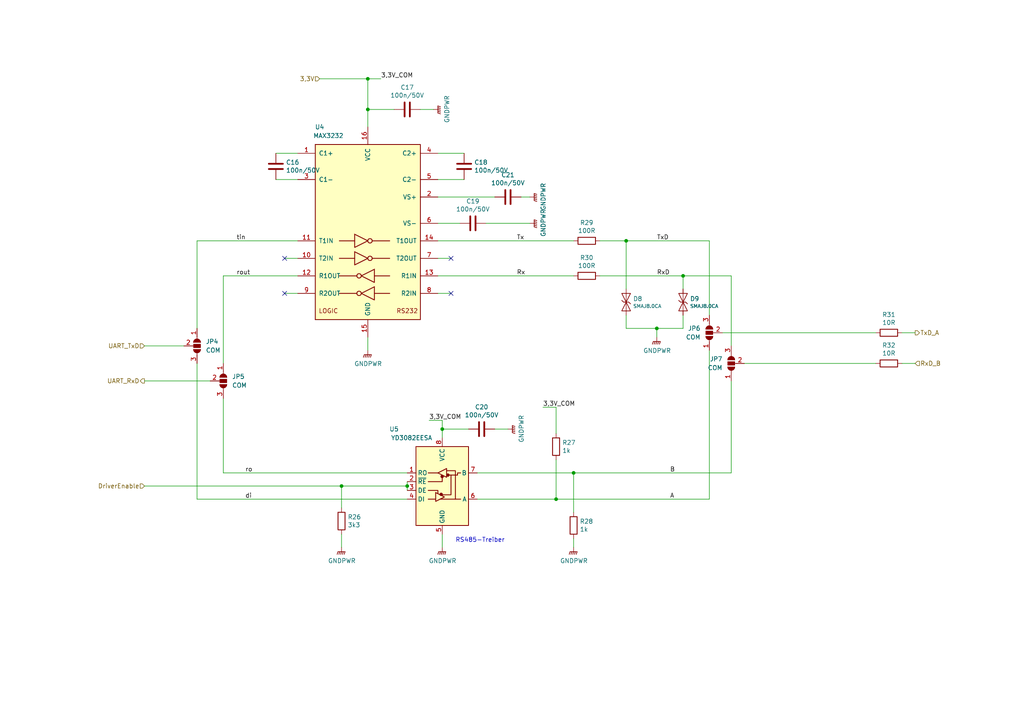
<source format=kicad_sch>
(kicad_sch (version 20211123) (generator eeschema)
  (paper "A4")
  (title_block (title "HTL Lötregler Mini") (date "2021-09-22") (rev "22.0.0-dev") (company "HTL Steyr") (comment 1 "Prof. Karl Zeilhofer et al."))
  (lib_symbols
    (symbol "Device:C" (pin_numbers hide) (pin_names (offset 0.254))
      (property "Reference" "C" (at 0.635 2.54 0))
      (property "Value" "C" (at 0.635 -2.54 0))
      (symbol "C_0_1"
        (polyline (pts (xy -2.032 -0.762) (xy 2.032 -0.762)) (stroke (width 0.508)))
        (polyline (pts (xy -2.032 0.762) (xy 2.032 0.762)) (stroke (width 0.508)))
      )
      (symbol "C_1_1"
        (pin passive line (at 0 3.81 270) (length 2.794) (name "~") (number "1"))
        (pin passive line (at 0 -3.81 90) (length 2.794) (name "~") (number "2"))
      )
    )
    (symbol "Device:R" (pin_numbers hide) (pin_names (offset 0))
      (property "Reference" "R" (at 2.032 0 90))
      (property "Value" "R" (at 0 0 90))
      (symbol "R_0_1"
        (rectangle (start -1.016 -2.54) (end 1.016 2.54) (stroke (width 0.254)))
      )
      (symbol "R_1_1"
        (pin passive line (at 0 3.81 270) (length 1.27) (name "~") (number "1"))
        (pin passive line (at 0 -3.81 90) (length 1.27) (name "~") (number "2"))
      )
    )
    (symbol "Interface_UART:MAX3232" (pin_names (offset 1.016))
      (property "Reference" "U" (at -2.54 28.575 0))
      (property "Value" "MAX3232" (at -2.54 26.67 0))
      (symbol "MAX3232_0_0"
        (text "LOGIC" (at -11.43 -22.86 0) (effects (font (size 1.27 1.27))))
        (text "RS232" (at 11.43 -22.86 0) (effects (font (size 1.27 1.27))))
      )
      (symbol "MAX3232_0_1"
        (rectangle (start -15.24 -25.4) (end 15.24 25.4) (stroke (width 0.254)) (fill (type background)))
        (circle (center -2.54 -17.78) (radius 0.635) (stroke (width 0.254)))
        (circle (center -2.54 -12.7) (radius 0.635) (stroke (width 0.254)))
        (polyline (pts (xy -3.81 -7.62) (xy -8.255 -7.62)) (stroke (width 0.254)))
        (polyline (pts (xy -3.81 -2.54) (xy -8.255 -2.54)) (stroke (width 0.254)))
        (polyline (pts (xy -3.175 -17.78) (xy -8.255 -17.78)) (stroke (width 0.254)))
        (polyline (pts (xy -3.175 -12.7) (xy -8.255 -12.7)) (stroke (width 0.254)))
        (polyline (pts (xy 1.27 -7.62) (xy 6.35 -7.62)) (stroke (width 0.254)))
        (polyline (pts (xy 1.27 -2.54) (xy 6.35 -2.54)) (stroke (width 0.254)))
        (polyline (pts (xy 1.905 -17.78) (xy 6.35 -17.78)) (stroke (width 0.254)))
        (polyline (pts (xy 1.905 -12.7) (xy 6.35 -12.7)) (stroke (width 0.254)))
        (polyline (pts (xy -3.81 -5.715) (xy -3.81 -9.525) (xy 0 -7.62) (xy -3.81 -5.715)) (stroke (width 0.254)))
        (polyline (pts (xy -3.81 -0.635) (xy -3.81 -4.445) (xy 0 -2.54) (xy -3.81 -0.635)) (stroke (width 0.254)))
        (polyline (pts (xy 1.905 -15.875) (xy 1.905 -19.685) (xy -1.905 -17.78) (xy 1.905 -15.875)) (stroke (width 0.254)))
        (polyline (pts (xy 1.905 -10.795) (xy 1.905 -14.605) (xy -1.905 -12.7) (xy 1.905 -10.795)) (stroke (width 0.254)))
        (circle (center 0.635 -7.62) (radius 0.635) (stroke (width 0.254)))
        (circle (center 0.635 -2.54) (radius 0.635) (stroke (width 0.254)))
      )
      (symbol "MAX3232_1_1"
        (pin passive line (at -20.32 22.86 0) (length 5.08) (name "C1+") (number "1"))
        (pin input line (at -20.32 -7.62 0) (length 5.08) (name "T2IN") (number "10"))
        (pin input line (at -20.32 -2.54 0) (length 5.08) (name "T1IN") (number "11"))
        (pin output line (at -20.32 -12.7 0) (length 5.08) (name "R1OUT") (number "12"))
        (pin input line (at 20.32 -12.7 180) (length 5.08) (name "R1IN") (number "13"))
        (pin output line (at 20.32 -2.54 180) (length 5.08) (name "T1OUT") (number "14"))
        (pin power_in line (at 0 -30.48 90) (length 5.08) (name "GND") (number "15"))
        (pin power_in line (at 0 30.48 270) (length 5.08) (name "VCC") (number "16"))
        (pin power_out line (at 20.32 10.16 180) (length 5.08) (name "VS+") (number "2"))
        (pin passive line (at -20.32 15.24 0) (length 5.08) (name "C1-") (number "3"))
        (pin passive line (at 20.32 22.86 180) (length 5.08) (name "C2+") (number "4"))
        (pin passive line (at 20.32 15.24 180) (length 5.08) (name "C2-") (number "5"))
        (pin power_out line (at 20.32 2.54 180) (length 5.08) (name "VS-") (number "6"))
        (pin output line (at 20.32 -7.62 180) (length 5.08) (name "T2OUT") (number "7"))
        (pin input line (at 20.32 -17.78 180) (length 5.08) (name "R2IN") (number "8"))
        (pin output line (at -20.32 -17.78 0) (length 5.08) (name "R2OUT") (number "9"))
      )
    )
    (symbol "Interface_UART:MAX3486"
      (property "Reference" "U" (at -6.096 11.43 0))
      (property "Value" "MAX3486" (at 0.762 11.43 0))
      (symbol "MAX3486_0_1"
        (rectangle (start -7.62 10.16) (end 7.62 -12.7) (stroke (width 0.254)) (fill (type background)))
        (circle (center -0.3048 -3.683) (radius 0.3556) (stroke (width 0.254)) (fill (type outline)))
        (circle (center -0.0254 1.4986) (radius 0.3556) (stroke (width 0.254)) (fill (type outline)))
        (polyline (pts (xy -4.064 -5.08) (xy -1.905 -5.08)) (stroke (width 0.254)))
        (polyline (pts (xy -4.064 2.54) (xy -1.27 2.54)) (stroke (width 0.254)))
        (polyline (pts (xy -1.27 -3.2004) (xy -1.27 -3.4544)) (stroke (width 0.254)))
        (polyline (pts (xy -0.635 -5.08) (xy 5.334 -5.08)) (stroke (width 0.254)))
        (polyline (pts (xy -4.064 -2.54) (xy -1.27 -2.54) (xy -1.27 -3.175)) (stroke (width 0.254)))
        (polyline (pts (xy 0 1.27) (xy 0 0) (xy -4.064 0)) (stroke (width 0.254)))
        (polyline (pts (xy 1.27 3.175) (xy 3.81 3.175) (xy 3.81 -5.08)) (stroke (width 0.254)))
        (polyline (pts (xy 2.54 1.905) (xy 2.54 -3.81) (xy 0 -3.81)) (stroke (width 0.254)))
        (polyline (pts (xy -1.905 -3.175) (xy -1.905 -5.715) (xy 0.635 -4.445) (xy -1.905 -3.175)) (stroke (width 0.254)))
        (polyline (pts (xy -1.27 2.54) (xy 1.27 3.81) (xy 1.27 1.27) (xy -1.27 2.54)) (stroke (width 0.254)))
        (polyline (pts (xy 1.905 1.905) (xy 4.445 1.905) (xy 4.445 2.54) (xy 5.334 2.54)) (stroke (width 0.254)))
        (rectangle (start 1.27 3.175) (end 1.27 3.175))
        (circle (center 1.651 1.905) (radius 0.3556) (stroke (width 0.254)) (fill (type outline)))
      )
      (symbol "MAX3486_1_1"
        (pin output line (at -10.16 2.54 0) (length 2.54) (name "RO") (number "1"))
        (pin input line (at -10.16 0 0) (length 2.54) (name "~{RE}") (number "2"))
        (pin input line (at -10.16 -2.54 0) (length 2.54) (name "DE") (number "3"))
        (pin input line (at -10.16 -5.08 0) (length 2.54) (name "DI") (number "4"))
        (pin power_in line (at 0 -15.24 90) (length 2.54) (name "GND") (number "5"))
        (pin bidirectional line (at 10.16 -5.08 180) (length 2.54) (name "A") (number "6"))
        (pin bidirectional line (at 10.16 2.54 180) (length 2.54) (name "B") (number "7"))
        (pin power_in line (at 0 12.7 270) (length 2.54) (name "VCC") (number "8"))
      )
    )
    (symbol "Jumper:SolderJumper_3_Open" (pin_names (offset 0) hide)
      (property "Reference" "JP" (at -2.54 -2.54 0))
      (property "Value" "SolderJumper_3_Open" (at 0 2.794 0))
      (symbol "SolderJumper_3_Open_0_1"
        (arc (start -1.016 1.016) (mid -2.032 0) (end -1.016 -1.016))
        (arc (start -1.016 1.016) (mid -2.032 0) (end -1.016 -1.016) (fill (type outline)))
        (rectangle (start -0.508 1.016) (end 0.508 -1.016) (fill (type outline)))
        (polyline (pts (xy -2.54 0) (xy -2.032 0)))
        (polyline (pts (xy -1.016 1.016) (xy -1.016 -1.016)))
        (polyline (pts (xy 0 -1.27) (xy 0 -1.016)))
        (polyline (pts (xy 1.016 1.016) (xy 1.016 -1.016)))
        (polyline (pts (xy 2.54 0) (xy 2.032 0)))
        (arc (start 1.016 -1.016) (mid 2.032 0) (end 1.016 1.016))
        (arc (start 1.016 -1.016) (mid 2.032 0) (end 1.016 1.016) (fill (type outline)))
      )
      (symbol "SolderJumper_3_Open_1_1"
        (pin passive line (at -5.08 0 0) (length 2.54) (name "A") (number "1"))
        (pin passive line (at 0 -3.81 90) (length 2.54) (name "C") (number "2"))
        (pin passive line (at 5.08 0 180) (length 2.54) (name "B") (number "3"))
      )
    )
    (symbol "htl_semiconductors:DiodeTVS_Bidirek" (pin_numbers hide) (pin_names (offset 1.016) hide)
      (property "Reference" "D" (at 0 2.54 0))
      (property "Value" "DiodeTVS_Bidirek" (at 0 -2.54 0))
      (symbol "DiodeTVS_Bidirek_0_1"
        (polyline (pts (xy -2.54 0) (xy 2.54 0)) (stroke (width 0.1524)))
        (polyline (pts (xy 0 0) (xy 2.54 1.27) (xy 2.54 -1.27) (xy 0 0)) (stroke (width 0.2032)))
        (polyline (pts (xy 0 0) (xy -2.54 1.27) (xy -2.54 -1.27) (xy 0 0) (xy 0 0)) (stroke (width 0.2032)))
        (polyline (pts (xy 0.508 1.27) (xy 0 0.762) (xy 0 -0.762) (xy -0.508 -1.27) (xy -0.508 -1.27)) (stroke (width 0.2032)))
      )
      (symbol "DiodeTVS_Bidirek_1_1"
        (pin passive line (at -3.81 0 0) (length 1.27) (name "A") (number "1"))
        (pin passive line (at 3.81 0 180) (length 1.27) (name "K") (number "2"))
      )
    )
    (symbol "power:GNDPWR" (power) (pin_names (offset 0))
      (property "Value" "GNDPWR" (at 0 -3.302 0))
      (symbol "GNDPWR_0_1"
        (polyline (pts (xy 0 -1.27) (xy 0 0)))
        (polyline (pts (xy -1.016 -1.27) (xy -1.27 -2.032) (xy -1.27 -2.032)) (stroke (width 0.2032)))
        (polyline (pts (xy -0.508 -1.27) (xy -0.762 -2.032) (xy -0.762 -2.032)) (stroke (width 0.2032)))
        (polyline (pts (xy 0 -1.27) (xy -0.254 -2.032) (xy -0.254 -2.032)) (stroke (width 0.2032)))
        (polyline (pts (xy 0.508 -1.27) (xy 0.254 -2.032) (xy 0.254 -2.032)) (stroke (width 0.2032)))
        (polyline (pts (xy 1.016 -1.27) (xy -1.016 -1.27) (xy -1.016 -1.27)) (stroke (width 0.2032)))
        (polyline (pts (xy 1.016 -1.27) (xy 0.762 -2.032) (xy 0.762 -2.032) (xy 0.762 -2.032)) (stroke (width 0.2032)))
      )
      (symbol "GNDPWR_1_1"
        (pin power_in line (at 0 0 270) (length 0) hide (name "GNDPWR") (number "1"))
      )
    )
  )
  (junction (at 106.68 22.86))
  (junction (at 128.27 124.46))
  (junction (at 106.68 31.75))
  (junction (at 166.37 137.16))
  (junction (at 181.61 69.85))
  (junction (at 190.5 95.25))
  (junction (at 161.29 144.78))
  (junction (at 198.12 80.01))
  (junction (at 99.06 140.97))
  (junction (at 118.11 140.97))
  (no_connect (at 82.55 85.09))
  (no_connect (at 130.81 74.93))
  (no_connect (at 130.81 85.09))
  (no_connect (at 82.55 74.93))
  (wire (pts (xy 190.5 97.79) (xy 190.5 95.25)))
  (wire (pts (xy 212.09 80.01) (xy 212.09 100.33)))
  (wire (pts (xy 128.27 121.92) (xy 128.27 124.46)))
  (wire (pts (xy 64.77 80.01) (xy 64.77 105.41)))
  (wire (pts (xy 127 44.45) (xy 134.62 44.45)))
  (wire (pts (xy 215.9 105.41) (xy 254 105.41)))
  (wire (pts (xy 99.06 147.32) (xy 99.06 140.97)))
  (wire (pts (xy 198.12 83.82) (xy 198.12 80.01)))
  (wire (pts (xy 127 69.85) (xy 166.37 69.85)))
  (wire (pts (xy 181.61 69.85) (xy 205.74 69.85)))
  (wire (pts (xy 57.15 69.85) (xy 57.15 95.25)))
  (wire (pts (xy 151.13 57.15) (xy 153.67 57.15)))
  (wire (pts (xy 181.61 95.25) (xy 190.5 95.25)))
  (wire (pts (xy 106.68 22.86) (xy 106.68 31.75)))
  (wire (pts (xy 128.27 124.46) (xy 128.27 127)))
  (wire (pts (xy 127 64.77) (xy 133.35 64.77)))
  (wire (pts (xy 118.11 140.97) (xy 118.11 139.7)))
  (wire (pts (xy 198.12 95.25) (xy 198.12 91.44)))
  (wire (pts (xy 125.73 31.75) (xy 121.92 31.75)))
  (wire (pts (xy 124.46 121.92) (xy 128.27 121.92)))
  (wire (pts (xy 82.55 74.93) (xy 86.36 74.93)))
  (wire (pts (xy 166.37 137.16) (xy 212.09 137.16)))
  (wire (pts (xy 86.36 52.07) (xy 80.01 52.07)))
  (wire (pts (xy 86.36 44.45) (xy 80.01 44.45)))
  (wire (pts (xy 138.43 137.16) (xy 166.37 137.16)))
  (wire (pts (xy 212.09 137.16) (xy 212.09 110.49)))
  (wire (pts (xy 166.37 158.75) (xy 166.37 156.21)))
  (wire (pts (xy 41.91 140.97) (xy 99.06 140.97)))
  (wire (pts (xy 118.11 137.16) (xy 64.77 137.16)))
  (wire (pts (xy 53.34 100.33) (xy 41.91 100.33)))
  (wire (pts (xy 99.06 158.75) (xy 99.06 154.94)))
  (wire (pts (xy 181.61 91.44) (xy 181.61 95.25)))
  (wire (pts (xy 161.29 118.11) (xy 161.29 125.73)))
  (wire (pts (xy 157.48 118.11) (xy 161.29 118.11)))
  (wire (pts (xy 118.11 142.24) (xy 118.11 140.97)))
  (wire (pts (xy 128.27 158.75) (xy 128.27 154.94)))
  (wire (pts (xy 205.74 101.6) (xy 205.74 144.78)))
  (wire (pts (xy 92.71 22.86) (xy 106.68 22.86)))
  (wire (pts (xy 106.68 36.83) (xy 106.68 31.75)))
  (wire (pts (xy 130.81 85.09) (xy 127 85.09)))
  (wire (pts (xy 57.15 69.85) (xy 86.36 69.85)))
  (wire (pts (xy 128.27 124.46) (xy 135.89 124.46)))
  (wire (pts (xy 190.5 95.25) (xy 198.12 95.25)))
  (wire (pts (xy 106.68 97.79) (xy 106.68 101.6)))
  (wire (pts (xy 99.06 140.97) (xy 118.11 140.97)))
  (wire (pts (xy 166.37 148.59) (xy 166.37 137.16)))
  (wire (pts (xy 205.74 144.78) (xy 161.29 144.78)))
  (wire (pts (xy 181.61 83.82) (xy 181.61 69.85)))
  (wire (pts (xy 127 57.15) (xy 143.51 57.15)))
  (wire (pts (xy 118.11 144.78) (xy 57.15 144.78)))
  (wire (pts (xy 41.91 110.49) (xy 60.96 110.49)))
  (wire (pts (xy 106.68 31.75) (xy 114.3 31.75)))
  (wire (pts (xy 173.99 69.85) (xy 181.61 69.85)))
  (wire (pts (xy 161.29 144.78) (xy 138.43 144.78)))
  (wire (pts (xy 130.81 74.93) (xy 127 74.93)))
  (wire (pts (xy 265.43 96.52) (xy 261.62 96.52)))
  (wire (pts (xy 82.55 85.09) (xy 86.36 85.09)))
  (wire (pts (xy 161.29 133.35) (xy 161.29 144.78)))
  (wire (pts (xy 173.99 80.01) (xy 198.12 80.01)))
  (wire (pts (xy 57.15 144.78) (xy 57.15 105.41)))
  (wire (pts (xy 140.97 64.77) (xy 153.67 64.77)))
  (wire (pts (xy 209.55 96.52) (xy 254 96.52)))
  (wire (pts (xy 106.68 22.86) (xy 110.49 22.86)))
  (wire (pts (xy 261.62 105.41) (xy 265.43 105.41)))
  (wire (pts (xy 64.77 137.16) (xy 64.77 115.57)))
  (wire (pts (xy 205.74 91.44) (xy 205.74 69.85)))
  (wire (pts (xy 127 80.01) (xy 166.37 80.01)))
  (wire (pts (xy 147.32 124.46) (xy 143.51 124.46)))
  (wire (pts (xy 127 52.07) (xy 134.62 52.07)))
  (wire (pts (xy 64.77 80.01) (xy 86.36 80.01)))
  (wire (pts (xy 198.12 80.01) (xy 212.09 80.01)))
  (text "RS485-Treiber" (at 132.08 157.48 0) (effects (font (size 1.27 1.27)) (justify left bottom)))
  (label "3,3V_COM" (at 110.49 22.86 0))
  (label "3,3V_COM" (at 157.48 118.11 0))
  (label "Tx" (at 149.86 69.85 0))
  (label "Rx" (at 149.86 80.01 0))
  (label "ro" (at 71.12 137.16 0))
  (label "rout" (at 68.58 80.01 0))
  (label "A" (at 194.31 144.78 0))
  (label "di" (at 71.12 144.78 0))
  (label "RxD" (at 190.5 80.01 0))
  (label "3,3V_COM" (at 124.46 121.92 0))
  (label "tin" (at 68.58 69.85 0))
  (label "B" (at 194.31 137.16 0))
  (label "TxD" (at 190.5 69.85 0))
  (hierarchical_label "RxD_B" (shape input) (at 265.43 105.41 0))
  (hierarchical_label "UART_RxD" (shape output) (at 41.91 110.49 180))
  (hierarchical_label "UART_TxD" (shape input) (at 41.91 100.33 180))
  (hierarchical_label "TxD_A" (shape output) (at 265.43 96.52 0))
  (hierarchical_label "DriverEnable" (shape input) (at 41.91 140.97 180))
  (hierarchical_label "3,3V" (shape input) (at 92.71 22.86 180))
  (symbol (lib_id "Interface_UART:MAX3232") (at 106.68 67.31 0) (unit 1)
    (property "Reference" "U4" (at 92.71 36.83 0))
    (property "Value" "MAX3232" (at 95.25 39.37 0))
    (property "Footprint" "Package_SO:SOIC-16_3.9x9.9mm_P1.27mm" (effects hide))
    (property "Datasheet" "https://datasheets.maximintegrated.com/en/ds/MAX3222-MAX3241.pdf" (effects hide))
    (property "Manufacturer" "HGSEMI" (effects hide))
    (property "ManPartNr" "MAX3232EIM/TR" (effects hide))
    (property "Distributor" "LCSC" (effects hide))
    (property "DistOrderNr" "C434486" (effects hide))
    (property "PriceEUR" "0.188404" (effects hide))
    (property "PriceForQty" "100" (effects hide))
    (property "Notes" "RS232 - UART Umsetzer, 3V3 oder 5V" (effects hide))
  )
  (symbol (lib_id "Device:C") (at 134.62 48.26 0) (unit 1)
    (property "Reference" "C18" (at 137.541 47.0916 0) (effects (justify left)))
    (property "Value" "100n/50V" (at 137.541 49.403 0) (effects (justify left)))
    (property "Footprint" "Capacitor_SMD:C_1206_3216Metric" (effects hide))
    (property "Datasheet" "https://datasheet.lcsc.com/szlcsc/1811151136_Walsin-Tech-Corp-0603B104K160CT_C80516.pdf" (effects hide))
    (property "Manufacturer" "PSA(Prosperity Dielectrics)" (effects hide))
    (property "Distributor" "LCSC" (effects hide))
    (property "PriceEUR" "0.0093" (effects hide))
    (property "PriceForQty" "500" (effects hide))
    (property "Notes" "100nF ±10% 50V X7R Multilayer Ceramic Capacitors MLCC" (effects hide))
    (property "DistOrderNr" "C464972" (effects hide))
    (property "ManPartNr" "FN31X104K500PXG" (effects hide))
  )
  (symbol (lib_id "Device:C") (at 80.01 48.26 0) (unit 1)
    (property "Reference" "C16" (at 82.931 47.0916 0) (effects (justify left)))
    (property "Value" "100n/50V" (at 82.931 49.403 0) (effects (justify left)))
    (property "Footprint" "Capacitor_SMD:C_1206_3216Metric" (effects hide))
    (property "Datasheet" "https://datasheet.lcsc.com/szlcsc/1811151136_Walsin-Tech-Corp-0603B104K160CT_C80516.pdf" (effects hide))
    (property "Distributor" "LCSC" (effects hide))
    (property "Manufacturer" "PSA(Prosperity Dielectrics)" (effects hide))
    (property "Notes" "100nF ±10% 50V X7R Multilayer Ceramic Capacitors MLCC" (effects hide))
    (property "PriceEUR" "0.0093" (effects hide))
    (property "PriceForQty" "500" (effects hide))
    (property "DistOrderNr" "C464972" (effects hide))
    (property "ManPartNr" "FN31X104K500PXG" (effects hide))
  )
  (symbol (lib_id "Device:C") (at 147.32 57.15 270) (unit 1)
    (property "Reference" "C21" (at 147.32 50.7492 90))
    (property "Value" "100n/50V" (at 147.32 53.0606 90))
    (property "Footprint" "Capacitor_SMD:C_1206_3216Metric" (effects hide))
    (property "Datasheet" "https://datasheet.lcsc.com/szlcsc/1811151136_Walsin-Tech-Corp-0603B104K160CT_C80516.pdf" (effects hide))
    (property "Distributor" "LCSC" (effects hide))
    (property "Manufacturer" "PSA(Prosperity Dielectrics)" (effects hide))
    (property "Notes" "100nF ±10% 50V X7R Multilayer Ceramic Capacitors MLCC" (effects hide))
    (property "PriceEUR" "0.0093" (effects hide))
    (property "PriceForQty" "500" (effects hide))
    (property "DistOrderNr" "C464972" (effects hide))
    (property "ManPartNr" "FN31X104K500PXG" (effects hide))
  )
  (symbol (lib_id "Device:C") (at 137.16 64.77 270) (unit 1)
    (property "Reference" "C19" (at 137.16 58.3692 90))
    (property "Value" "100n/50V" (at 137.16 60.6806 90))
    (property "Footprint" "Capacitor_SMD:C_1206_3216Metric" (effects hide))
    (property "Datasheet" "https://datasheet.lcsc.com/szlcsc/1811151136_Walsin-Tech-Corp-0603B104K160CT_C80516.pdf" (effects hide))
    (property "Distributor" "LCSC" (effects hide))
    (property "Manufacturer" "PSA(Prosperity Dielectrics)" (effects hide))
    (property "Notes" "100nF ±10% 50V X7R Multilayer Ceramic Capacitors MLCC" (effects hide))
    (property "PriceEUR" "0.0093" (effects hide))
    (property "PriceForQty" "500" (effects hide))
    (property "DistOrderNr" "C464972" (effects hide))
    (property "ManPartNr" "FN31X104K500PXG" (effects hide))
  )
  (symbol (lib_id "Device:C") (at 118.11 31.75 270) (unit 1)
    (property "Reference" "C17" (at 118.11 25.3492 90))
    (property "Value" "100n/50V" (at 118.11 27.6606 90))
    (property "Footprint" "Capacitor_SMD:C_1206_3216Metric" (effects hide))
    (property "Datasheet" "https://datasheet.lcsc.com/szlcsc/1811151136_Walsin-Tech-Corp-0603B104K160CT_C80516.pdf" (effects hide))
    (property "Distributor" "LCSC" (effects hide))
    (property "Manufacturer" "PSA(Prosperity Dielectrics)" (effects hide))
    (property "Notes" "100nF ±10% 50V X7R Multilayer Ceramic Capacitors MLCC" (effects hide))
    (property "PriceEUR" "0.0093" (effects hide))
    (property "PriceForQty" "500" (effects hide))
    (property "DistOrderNr" "C464972" (effects hide))
    (property "ManPartNr" "FN31X104K500PXG" (effects hide))
  )
  (symbol (lib_id "Interface_UART:MAX3486") (at 128.27 139.7 0) (unit 1)
    (property "Reference" "U5" (at 114.3 124.46 0))
    (property "Value" "YD3082EESA" (at 119.38 127 0))
    (property "Footprint" "Package_SO:SOIC-8_3.9x4.9mm_P1.27mm" (effects hide))
    (property "Datasheet" "https://datasheet.lcsc.com/lcsc/2006151006_GATEMODE-YD3082EESA_C269866.pdf" (effects hide))
    (property "DistOrderNr" "C269866" (effects hide))
    (property "Distributor" "LCSC" (effects hide))
    (property "Manufacturer" "GATEMODE" (effects hide))
    (property "ManPartNr" "YD3082EESA" (effects hide))
    (property "PriceEUR" "0.237" (effects hide))
    (property "PriceForQty" "30" (effects hide))
    (property "Notes" "1Mbps RS422, RS485 Transceiver SOP-8 RS-485/RS-422" (effects hide))
  )
  (symbol (lib_id "power:GNDPWR") (at 190.5 97.79 0) (unit 1)
    (property "Reference" "#PWR029" (effects hide))
    (property "Value" "GNDPWR" (at 190.6016 101.7016 0))
  )
  (symbol (lib_id "Device:C") (at 139.7 124.46 270) (unit 1)
    (property "Reference" "C20" (at 139.7 118.0592 90))
    (property "Value" "100n/50V" (at 139.7 120.3706 90))
    (property "Footprint" "Capacitor_SMD:C_1206_3216Metric" (effects hide))
    (property "Datasheet" "https://datasheet.lcsc.com/szlcsc/1811151136_Walsin-Tech-Corp-0603B104K160CT_C80516.pdf" (effects hide))
    (property "Distributor" "LCSC" (effects hide))
    (property "Manufacturer" "PSA(Prosperity Dielectrics)" (effects hide))
    (property "Notes" "100nF ±10% 50V X7R Multilayer Ceramic Capacitors MLCC" (effects hide))
    (property "PriceEUR" "0.0093" (effects hide))
    (property "PriceForQty" "500" (effects hide))
    (property "DistOrderNr" "C464972" (effects hide))
    (property "ManPartNr" "FN31X104K500PXG" (effects hide))
  )
  (symbol (lib_id "Device:R") (at 99.06 151.13 0) (unit 1)
    (property "Reference" "R26" (at 100.838 149.9616 0) (effects (justify left)))
    (property "Value" "3k3" (at 100.838 152.273 0) (effects (justify left)))
    (property "Footprint" "Resistor_SMD:R_1206_3216Metric" (effects hide))
    (property "Datasheet" "https://datasheet.lcsc.com/lcsc/1810241114_YAGEO-AC1206FR-073K3L_C229599.pdf" (effects hide))
    (property "PriceEUR" "0.01" (effects hide))
    (property "DistOrderNr" "C229599" (effects hide))
    (property "Distributor" "LCSC" (effects hide))
    (property "ManPartNr" "AC1206FR-073K3L" (effects hide))
    (property "Manufacturer" "YAGEO" (effects hide))
    (property "Notes" "250mW Thick Film Resistors 200V ±100ppm/℃ ±1%" (effects hide))
  )
  (symbol (lib_id "power:GNDPWR") (at 99.06 158.75 0) (unit 1)
    (property "Reference" "#PWR021" (effects hide))
    (property "Value" "GNDPWR" (at 99.1616 162.6616 0))
  )
  (symbol (lib_id "power:GNDPWR") (at 128.27 158.75 0) (unit 1)
    (property "Reference" "#PWR024" (effects hide))
    (property "Value" "GNDPWR" (at 128.3716 162.6616 0))
  )
  (symbol (lib_id "Device:R") (at 257.81 96.52 270) (unit 1)
    (property "Reference" "R31" (at 257.81 91.2622 90))
    (property "Value" "10R" (at 257.81 93.5736 90))
    (property "Footprint" "Resistor_SMD:R_1206_3216Metric" (effects hide))
    (property "DistOrderNr" "R3216-10R" (effects hide))
    (property "Distributor" "AufLager" (effects hide))
  )
  (symbol (lib_id "Device:R") (at 257.81 105.41 270) (unit 1)
    (property "Reference" "R32" (at 257.81 100.1522 90))
    (property "Value" "10R" (at 257.81 102.4636 90))
    (property "Footprint" "Resistor_SMD:R_1206_3216Metric" (effects hide))
    (property "DistOrderNr" "R3216-10R" (effects hide))
    (property "Distributor" "AufLager" (effects hide))
  )
  (symbol (lib_id "Device:R") (at 161.29 129.54 0) (unit 1)
    (property "Reference" "R27" (at 163.068 128.3716 0) (effects (justify left)))
    (property "Value" "1k" (at 163.068 130.683 0) (effects (justify left)))
    (property "Footprint" "Resistor_SMD:R_1206_3216Metric" (effects hide))
    (property "Datasheet" "https://datasheet.lcsc.com/lcsc/1811081842_RALEC-RTT06102JTP_C104601.pdf" (effects hide))
    (property "PriceEUR" "0.0042" (effects hide))
    (property "DistOrderNr" "C104601" (effects hide))
    (property "Distributor" "LCSC" (effects hide))
    (property "ManPartNr" "RTT03101JTP" (effects hide))
    (property "Manufacturer" "Ralec" (effects hide))
    (property "Notes" "1kΩ ±5% 0.25W ±100ppm/℃ 1206 Chip Resistor" (effects hide))
    (property "PriceForQty" "50" (effects hide))
  )
  (symbol (lib_id "Device:R") (at 166.37 152.4 0) (unit 1)
    (property "Reference" "R28" (at 168.148 151.2316 0) (effects (justify left)))
    (property "Value" "1k" (at 168.148 153.543 0) (effects (justify left)))
    (property "Footprint" "Resistor_SMD:R_1206_3216Metric" (effects hide))
    (property "Datasheet" "https://datasheet.lcsc.com/lcsc/1811081842_RALEC-RTT06102JTP_C104601.pdf" (effects hide))
    (property "PriceEUR" "0.0042" (effects hide))
    (property "DistOrderNr" "C104601" (effects hide))
    (property "Distributor" "LCSC" (effects hide))
    (property "ManPartNr" "RTT03101JTP" (effects hide))
    (property "Manufacturer" "Ralec" (effects hide))
    (property "Notes" "1kΩ ±5% 0.25W ±100ppm/℃ 1206 Chip Resistor" (effects hide))
    (property "PriceForQty" "50" (effects hide))
  )
  (symbol (lib_id "power:GNDPWR") (at 166.37 158.75 0) (unit 1)
    (property "Reference" "#PWR028" (effects hide))
    (property "Value" "GNDPWR" (at 166.4716 162.6616 0))
  )
  (symbol (lib_id "Device:R") (at 170.18 69.85 270) (unit 1)
    (property "Reference" "R29" (at 170.18 64.5922 90))
    (property "Value" "100R" (at 170.18 66.9036 90))
    (property "Footprint" "Resistor_SMD:R_1206_3216Metric" (effects hide))
    (property "Datasheet" "https://datasheet.lcsc.com/lcsc/1811141436_Ever-Ohms-Tech-CR1206F100RP05Z_C245445.pdf" (effects hide))
    (property "PriceEUR" "0.0030" (effects hide))
    (property "DistOrderNr" "C245445" (effects hide))
    (property "Distributor" "LCSC" (effects hide))
    (property "ManPartNr" "CR1206F100RP05Z" (effects hide))
    (property "Manufacturer" "Ever Ohms Tech" (effects hide))
    (property "Notes" "0.25W ±1% ±100ppm/℃ 100Ω 1206" (effects hide))
    (property "PriceForQty" "500" (effects hide))
  )
  (symbol (lib_id "Device:R") (at 170.18 80.01 270) (unit 1)
    (property "Reference" "R30" (at 170.18 74.7522 90))
    (property "Value" "100R" (at 170.18 77.0636 90))
    (property "Footprint" "Resistor_SMD:R_1206_3216Metric" (effects hide))
    (property "Datasheet" "https://datasheet.lcsc.com/lcsc/1811141436_Ever-Ohms-Tech-CR1206F100RP05Z_C245445.pdf" (effects hide))
    (property "PriceEUR" "0.0030" (effects hide))
    (property "DistOrderNr" "C245445" (effects hide))
    (property "Distributor" "LCSC" (effects hide))
    (property "ManPartNr" "CR1206F100RP05Z" (effects hide))
    (property "Manufacturer" "Ever Ohms Tech" (effects hide))
    (property "Notes" "0.25W ±1% ±100ppm/℃ 100Ω 1206" (effects hide))
    (property "PriceForQty" "500" (effects hide))
  )
  (symbol (lib_id "htl_semiconductors:DiodeTVS_Bidirek") (at 181.61 87.63 270) (unit 1)
    (property "Reference" "D8" (at 183.6166 86.6648 90) (effects (justify left)))
    (property "Value" "SMAJ8.0CA" (at 183.6166 88.7984 90) (effects (font (size 1.016 1.016)) (justify left)))
    (property "Footprint" "Diode_SMD:D_SMA" (effects hide))
    (property "Datasheet" "https://datasheet.lcsc.com/lcsc/2012311806_GOODWORK-SMAJ8-0CA_C908814.pdf" (effects hide))
    (property "DistOrderNr" "C908814" (effects hide))
    (property "Distributor" "LCSC" (effects hide))
    (property "ManPartNr" "SMAJ8.0CA" (effects hide))
    (property "Manufacturer" "GOODWORK" (effects hide))
    (property "Notes" "29.4A 50uA 13.6V 8.89V 8V 10.23V Bi-Directional" (effects hide))
    (property "PriceEUR" "0.0243" (effects hide))
    (property "PriceForQty" "100" (effects hide))
  )
  (symbol (lib_id "htl_semiconductors:DiodeTVS_Bidirek") (at 198.12 87.63 270) (unit 1)
    (property "Reference" "D9" (at 200.1266 86.6648 90) (effects (justify left)))
    (property "Value" "SMAJ8.0CA" (at 200.1266 88.7984 90) (effects (font (size 1.016 1.016)) (justify left)))
    (property "Footprint" "Diode_SMD:D_SMA" (effects hide))
    (property "Datasheet" "https://datasheet.lcsc.com/lcsc/2012311806_GOODWORK-SMAJ8-0CA_C908814.pdf" (effects hide))
    (property "DistOrderNr" "C908814" (effects hide))
    (property "Distributor" "LCSC" (effects hide))
    (property "ManPartNr" "SMAJ8.0CA" (effects hide))
    (property "Manufacturer" "GOODWORK" (effects hide))
    (property "Notes" "29.4A 50uA 13.6V 8.89V 8V 10.23V Bi-Directional" (effects hide))
    (property "PriceEUR" "0.0243" (effects hide))
    (property "PriceForQty" "100" (effects hide))
  )
  (symbol (lib_id "power:GNDPWR") (at 106.68 101.6 0) (unit 1)
    (property "Reference" "#PWR022" (effects hide))
    (property "Value" "GNDPWR" (at 106.7816 105.5116 0))
  )
  (symbol (lib_id "power:GNDPWR") (at 125.73 31.75 90) (unit 1)
    (property "Reference" "#PWR023" (effects hide))
    (property "Value" "GNDPWR" (at 129.6416 31.6484 0))
  )
  (symbol (lib_id "power:GNDPWR") (at 147.32 124.46 90) (unit 1)
    (property "Reference" "#PWR025" (effects hide))
    (property "Value" "GNDPWR" (at 151.2316 124.3584 0))
  )
  (symbol (lib_id "power:GNDPWR") (at 153.67 57.15 90) (unit 1)
    (property "Reference" "#PWR026" (effects hide))
    (property "Value" "GNDPWR" (at 157.5816 57.0484 0))
  )
  (symbol (lib_id "power:GNDPWR") (at 153.67 64.77 90) (unit 1)
    (property "Reference" "#PWR027" (effects hide))
    (property "Value" "GNDPWR" (at 157.5816 64.6684 0))
  )
  (symbol (lib_id "Jumper:SolderJumper_3_Open") (at 212.09 105.41 90) (unit 1)
    (property "Reference" "JP7" (at 209.55 104.1399 90) (effects (justify left)))
    (property "Value" "COM" (at 209.55 106.6799 90) (effects (justify left)))
    (property "Footprint" "Jumper:SolderJumper-3_P2.0mm_Open_TrianglePad1.0x1.5mm_NumberLabels" (effects hide))
    (property "DistOrderNr" "NAP" (effects hide))
    (property "Distributor" "NAP" (effects hide))
    (property "PriceEUR" "0.00" (effects hide))
    (property "ManPartNr" "NAP" (effects hide))
    (property "Manufacturer" "NAP" (effects hide))
    (property "Notes" "NAP" (effects hide))
  )
  (symbol (lib_id "Jumper:SolderJumper_3_Open") (at 64.77 110.49 270) (unit 1)
    (property "Reference" "JP5" (at 67.31 109.2199 90) (effects (justify left)))
    (property "Value" "COM" (at 67.31 111.7599 90) (effects (justify left)))
    (property "Footprint" "Jumper:SolderJumper-3_P2.0mm_Open_TrianglePad1.0x1.5mm_NumberLabels" (effects hide))
    (property "DistOrderNr" "NAP" (effects hide))
    (property "Distributor" "NAP" (effects hide))
    (property "PriceEUR" "0.00" (effects hide))
    (property "ManPartNr" "NAP" (effects hide))
    (property "Manufacturer" "NAP" (effects hide))
    (property "Notes" "NAP" (effects hide))
  )
  (symbol (lib_id "Jumper:SolderJumper_3_Open") (at 57.15 100.33 270) (unit 1)
    (property "Reference" "JP4" (at 59.69 99.0599 90) (effects (justify left)))
    (property "Value" "COM" (at 59.69 101.5999 90) (effects (justify left)))
    (property "Footprint" "Jumper:SolderJumper-3_P2.0mm_Open_TrianglePad1.0x1.5mm_NumberLabels" (effects hide))
    (property "DistOrderNr" "NAP" (effects hide))
    (property "Distributor" "NAP" (effects hide))
    (property "PriceEUR" "0.00" (effects hide))
    (property "ManPartNr" "NAP" (effects hide))
    (property "Manufacturer" "NAP" (effects hide))
    (property "Notes" "NAP" (effects hide))
  )
  (symbol (lib_id "Jumper:SolderJumper_3_Open") (at 205.74 96.52 90) (unit 1)
    (property "Reference" "JP6" (at 203.2 95.2499 90) (effects (justify left)))
    (property "Value" "COM" (at 203.2 97.7899 90) (effects (justify left)))
    (property "Footprint" "Jumper:SolderJumper-3_P2.0mm_Open_TrianglePad1.0x1.5mm_NumberLabels" (effects hide))
    (property "DistOrderNr" "NAP" (effects hide))
    (property "Distributor" "NAP" (effects hide))
    (property "PriceEUR" "0.00" (effects hide))
    (property "ManPartNr" "NAP" (effects hide))
    (property "Manufacturer" "NAP" (effects hide))
    (property "Notes" "NAP" (effects hide))
  )
)
</source>
